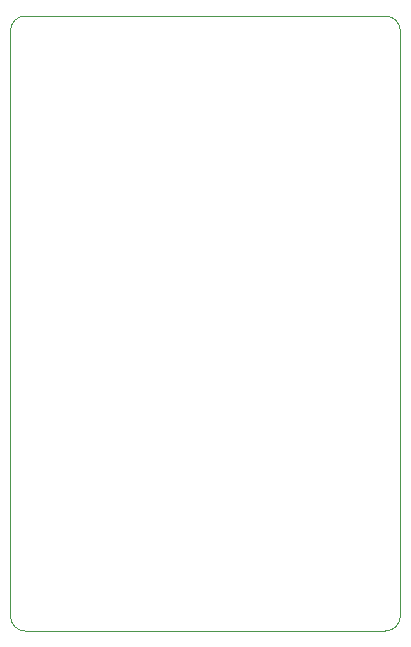
<source format=gbr>
G04 #@! TF.FileFunction,Profile,NP*
%FSLAX46Y46*%
G04 Gerber Fmt 4.6, Leading zero omitted, Abs format (unit mm)*
G04 Created by KiCad (PCBNEW 4.0.4-stable) date Saturday, 28 January 2017 'PMt' 01:33:58 PM*
%MOMM*%
%LPD*%
G01*
G04 APERTURE LIST*
%ADD10C,0.100000*%
G04 APERTURE END LIST*
D10*
X139700000Y-123190000D02*
X170180000Y-123190000D01*
X138430000Y-72390000D02*
X138430000Y-121920000D01*
X171450000Y-72390000D02*
X171450000Y-121920000D01*
X170180000Y-71120000D02*
X139700000Y-71120000D01*
X138430000Y-121920000D02*
G75*
G03X139700000Y-123190000I1270000J0D01*
G01*
X170180000Y-123190000D02*
G75*
G03X171450000Y-121920000I0J1270000D01*
G01*
X139700000Y-71120000D02*
G75*
G03X138430000Y-72390000I0J-1270000D01*
G01*
X171450000Y-72390000D02*
G75*
G03X170180000Y-71120000I-1270000J0D01*
G01*
M02*

</source>
